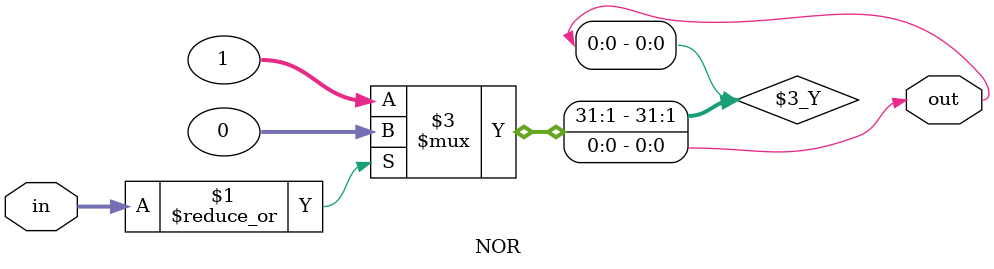
<source format=v>
module NOR #(
    parameter WIDTH = 8
)(
    input [WIDTH - 1:0] in,
    output out 
);

assign out = ~(|in) ? 1 : 0;

endmodule // NOR

</source>
